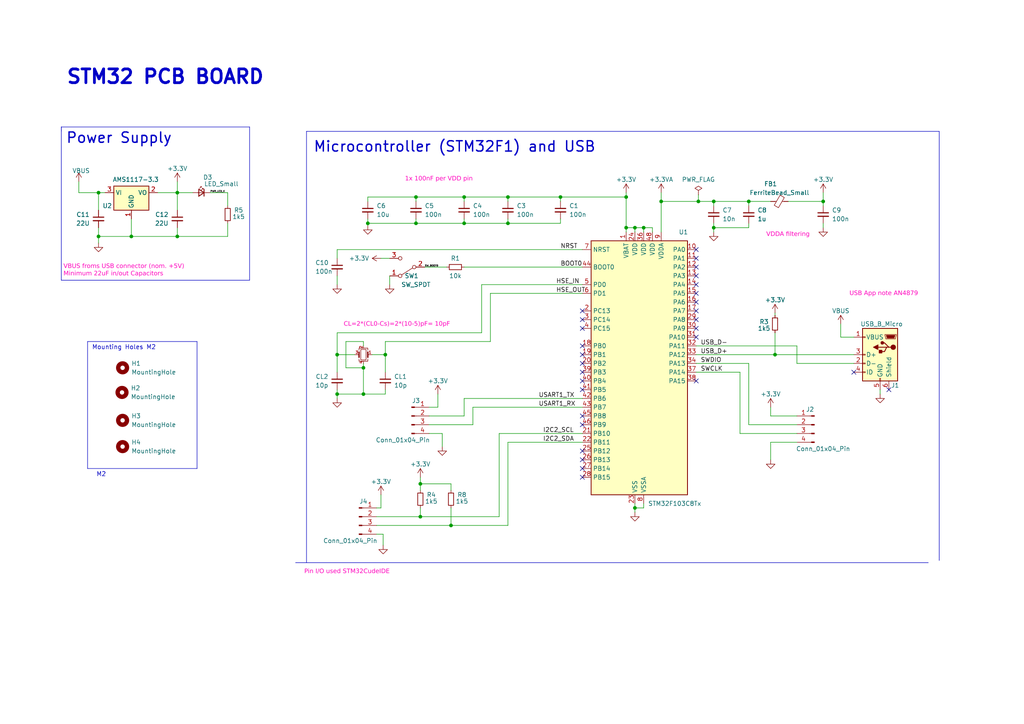
<source format=kicad_sch>
(kicad_sch (version 20230121) (generator eeschema)
  (paper "A4")
  (title_block (title "STM32 PCB BOARD") (company "Rafi's Lab"))
  (lib_symbols
    (symbol "Connector:Conn_01x04_Pin" (pin_names (offset 1.016) hide)
      (property "Reference" "J" (at 0 5.08 0))
      (property "Value" "Conn_01x04_Pin" (at 0 -7.62 0))
      (symbol "Conn_01x04_Pin_1_1"
        (polyline (pts (xy 1.27 -5.08) (xy 0.8636 -5.08)) (stroke (width 0.1524)))
        (polyline (pts (xy 1.27 -2.54) (xy 0.8636 -2.54)) (stroke (width 0.1524)))
        (polyline (pts (xy 1.27 0) (xy 0.8636 0)) (stroke (width 0.1524)))
        (polyline (pts (xy 1.27 2.54) (xy 0.8636 2.54)) (stroke (width 0.1524)))
        (rectangle (start 0.8636 -4.953) (end 0 -5.207) (stroke (width 0.1524)) (fill (type outline)))
        (rectangle (start 0.8636 -2.413) (end 0 -2.667) (stroke (width 0.1524)) (fill (type outline)))
        (rectangle (start 0.8636 0.127) (end 0 -0.127) (stroke (width 0.1524)) (fill (type outline)))
        (rectangle (start 0.8636 2.667) (end 0 2.413) (stroke (width 0.1524)) (fill (type outline)))
        (pin passive line (at 5.08 2.54 180) (length 3.81) (name "Pin_1") (number "1"))
        (pin passive line (at 5.08 0 180) (length 3.81) (name "Pin_2") (number "2"))
        (pin passive line (at 5.08 -2.54 180) (length 3.81) (name "Pin_3") (number "3"))
        (pin passive line (at 5.08 -5.08 180) (length 3.81) (name "Pin_4") (number "4"))
      )
    )
    (symbol "Connector:USB_B_Micro" (pin_names (offset 1.016))
      (property "Reference" "J" (at -5.08 11.43 0))
      (property "Value" "USB_B_Micro" (at -5.08 8.89 0))
      (symbol "USB_B_Micro_0_1"
        (rectangle (start -5.08 -7.62) (end 5.08 7.62) (stroke (width 0.254)) (fill (type background)))
        (circle (center -3.81 2.159) (radius 0.635) (stroke (width 0.254)) (fill (type outline)))
        (circle (center -0.635 3.429) (radius 0.381) (stroke (width 0.254)) (fill (type outline)))
        (rectangle (start -0.127 -7.62) (end 0.127 -6.858))
        (polyline (pts (xy -1.905 2.159) (xy 0.635 2.159)) (stroke (width 0.254)))
        (polyline (pts (xy -3.175 2.159) (xy -2.54 2.159) (xy -1.27 3.429) (xy -0.635 3.429)) (stroke (width 0.254)))
        (polyline (pts (xy -2.54 2.159) (xy -1.905 2.159) (xy -1.27 0.889) (xy 0 0.889)) (stroke (width 0.254)))
        (polyline (pts (xy 0.635 2.794) (xy 0.635 1.524) (xy 1.905 2.159) (xy 0.635 2.794)) (stroke (width 0.254)) (fill (type outline)))
        (polyline (pts (xy -4.318 5.588) (xy -1.778 5.588) (xy -2.032 4.826) (xy -4.064 4.826) (xy -4.318 5.588)) (fill (type outline)))
        (polyline (pts (xy -4.699 5.842) (xy -4.699 5.588) (xy -4.445 4.826) (xy -4.445 4.572) (xy -1.651 4.572) (xy -1.651 4.826) (xy -1.397 5.588) (xy -1.397 5.842) (xy -4.699 5.842)))
        (rectangle (start 0.254 1.27) (end -0.508 0.508) (stroke (width 0.254)) (fill (type outline)))
        (rectangle (start 5.08 -5.207) (end 4.318 -4.953))
        (rectangle (start 5.08 -2.667) (end 4.318 -2.413))
        (rectangle (start 5.08 -0.127) (end 4.318 0.127))
        (rectangle (start 5.08 4.953) (end 4.318 5.207))
      )
      (symbol "USB_B_Micro_1_1"
        (pin power_out line (at 7.62 5.08 180) (length 2.54) (name "VBUS") (number "1"))
        (pin bidirectional line (at 7.62 -2.54 180) (length 2.54) (name "D-") (number "2"))
        (pin bidirectional line (at 7.62 0 180) (length 2.54) (name "D+") (number "3"))
        (pin passive line (at 7.62 -5.08 180) (length 2.54) (name "ID") (number "4"))
        (pin power_out line (at 0 -10.16 90) (length 2.54) (name "GND") (number "5"))
        (pin passive line (at -2.54 -10.16 90) (length 2.54) (name "Shield") (number "6"))
      )
    )
    (symbol "Device:C_Small" (pin_numbers hide) (pin_names (offset 0.254) hide)
      (property "Reference" "C" (at 0.254 1.778 0))
      (property "Value" "C_Small" (at 0.254 -2.032 0))
      (symbol "C_Small_0_1"
        (polyline (pts (xy -1.524 -0.508) (xy 1.524 -0.508)) (stroke (width 0.3302)))
        (polyline (pts (xy -1.524 0.508) (xy 1.524 0.508)) (stroke (width 0.3048)))
      )
      (symbol "C_Small_1_1"
        (pin passive line (at 0 2.54 270) (length 2.032) (name "~") (number "1"))
        (pin passive line (at 0 -2.54 90) (length 2.032) (name "~") (number "2"))
      )
    )
    (symbol "Device:Crystal_GND24_Small" (pin_names (offset 1.016) hide)
      (property "Reference" "Y" (at 1.27 4.445 0))
      (property "Value" "Crystal_GND24_Small" (at 1.27 2.54 0))
      (symbol "Crystal_GND24_Small_0_1"
        (rectangle (start -0.762 -1.524) (end 0.762 1.524))
        (polyline (pts (xy -1.27 -0.762) (xy -1.27 0.762)) (stroke (width 0.381)))
        (polyline (pts (xy 1.27 -0.762) (xy 1.27 0.762)) (stroke (width 0.381)))
        (polyline (pts (xy -1.27 -1.27) (xy -1.27 -1.905) (xy 1.27 -1.905) (xy 1.27 -1.27)))
        (polyline (pts (xy -1.27 1.27) (xy -1.27 1.905) (xy 1.27 1.905) (xy 1.27 1.27)))
      )
      (symbol "Crystal_GND24_Small_1_1"
        (pin passive line (at -2.54 0 0) (length 1.27) (name "1") (number "1"))
        (pin passive line (at 0 -2.54 90) (length 0.635) (name "2") (number "2"))
        (pin passive line (at 2.54 0 180) (length 1.27) (name "3") (number "3"))
        (pin passive line (at 0 2.54 270) (length 0.635) (name "4") (number "4"))
      )
    )
    (symbol "Device:FerriteBead_Small" (pin_numbers hide) (pin_names (offset 0))
      (property "Reference" "FB" (at 1.905 1.27 0))
      (property "Value" "FerriteBead_Small" (at 1.905 -1.27 0))
      (symbol "FerriteBead_Small_0_1"
        (polyline (pts (xy 0 -1.27) (xy 0 -0.7874)))
        (polyline (pts (xy 0 0.889) (xy 0 1.2954)))
        (polyline (pts (xy -1.8288 0.2794) (xy -1.1176 1.4986) (xy 1.8288 -0.2032) (xy 1.1176 -1.4224) (xy -1.8288 0.2794)))
      )
      (symbol "FerriteBead_Small_1_1"
        (pin passive line (at 0 2.54 270) (length 1.27) (name "~") (number "1"))
        (pin passive line (at 0 -2.54 90) (length 1.27) (name "~") (number "2"))
      )
    )
    (symbol "Device:LED_Small" (pin_numbers hide) (pin_names (offset 0.254) hide)
      (property "Reference" "D" (at -1.27 3.175 0))
      (property "Value" "LED_Small" (at -4.445 -2.54 0))
      (symbol "LED_Small_0_1"
        (polyline (pts (xy -0.762 -1.016) (xy -0.762 1.016)) (stroke (width 0.254)))
        (polyline (pts (xy 1.016 0) (xy -0.762 0)))
        (polyline (pts (xy 0.762 -1.016) (xy -0.762 0) (xy 0.762 1.016) (xy 0.762 -1.016)) (stroke (width 0.254)))
        (polyline (pts (xy 0 0.762) (xy -0.508 1.27) (xy -0.254 1.27) (xy -0.508 1.27) (xy -0.508 1.016)))
        (polyline (pts (xy 0.508 1.27) (xy 0 1.778) (xy 0.254 1.778) (xy 0 1.778) (xy 0 1.524)))
      )
      (symbol "LED_Small_1_1"
        (pin passive line (at -2.54 0 0) (length 1.778) (name "K") (number "1"))
        (pin passive line (at 2.54 0 180) (length 1.778) (name "A") (number "2"))
      )
    )
    (symbol "Device:R_Small" (pin_numbers hide) (pin_names (offset 0.254) hide)
      (property "Reference" "R" (at 0.762 0.508 0))
      (property "Value" "R_Small" (at 0.762 -1.016 0))
      (symbol "R_Small_0_1"
        (rectangle (start -0.762 1.778) (end 0.762 -1.778) (stroke (width 0.2032)))
      )
      (symbol "R_Small_1_1"
        (pin passive line (at 0 2.54 270) (length 0.762) (name "~") (number "1"))
        (pin passive line (at 0 -2.54 90) (length 0.762) (name "~") (number "2"))
      )
    )
    (symbol "MCU_ST_STM32F1:STM32F103C8Tx"
      (property "Reference" "U" (at -12.7 39.37 0))
      (property "Value" "STM32F103C8Tx" (at 10.16 39.37 0))
      (symbol "STM32F103C8Tx_0_1"
        (rectangle (start -12.7 -35.56) (end 15.24 38.1) (stroke (width 0.254)) (fill (type background)))
      )
      (symbol "STM32F103C8Tx_1_1"
        (pin power_in line (at -2.54 40.64 270) (length 2.54) (name "VBAT") (number "1"))
        (pin bidirectional line (at 17.78 35.56 180) (length 2.54) (name "PA0") (number "10"))
        (pin bidirectional line (at 17.78 33.02 180) (length 2.54) (name "PA1") (number "11"))
        (pin bidirectional line (at 17.78 30.48 180) (length 2.54) (name "PA2") (number "12"))
        (pin bidirectional line (at 17.78 27.94 180) (length 2.54) (name "PA3") (number "13"))
        (pin bidirectional line (at 17.78 25.4 180) (length 2.54) (name "PA4") (number "14"))
        (pin bidirectional line (at 17.78 22.86 180) (length 2.54) (name "PA5") (number "15"))
        (pin bidirectional line (at 17.78 20.32 180) (length 2.54) (name "PA6") (number "16"))
        (pin bidirectional line (at 17.78 17.78 180) (length 2.54) (name "PA7") (number "17"))
        (pin bidirectional line (at -15.24 7.62 0) (length 2.54) (name "PB0") (number "18"))
        (pin bidirectional line (at -15.24 5.08 0) (length 2.54) (name "PB1") (number "19"))
        (pin bidirectional line (at -15.24 17.78 0) (length 2.54) (name "PC13") (number "2"))
        (pin bidirectional line (at -15.24 2.54 0) (length 2.54) (name "PB2") (number "20"))
        (pin bidirectional line (at -15.24 -17.78 0) (length 2.54) (name "PB10") (number "21"))
        (pin bidirectional line (at -15.24 -20.32 0) (length 2.54) (name "PB11") (number "22"))
        (pin power_in line (at 0 -38.1 90) (length 2.54) (name "VSS") (number "23"))
        (pin power_in line (at 0 40.64 270) (length 2.54) (name "VDD") (number "24"))
        (pin bidirectional line (at -15.24 -22.86 0) (length 2.54) (name "PB12") (number "25"))
        (pin bidirectional line (at -15.24 -25.4 0) (length 2.54) (name "PB13") (number "26"))
        (pin bidirectional line (at -15.24 -27.94 0) (length 2.54) (name "PB14") (number "27"))
        (pin bidirectional line (at -15.24 -30.48 0) (length 2.54) (name "PB15") (number "28"))
        (pin bidirectional line (at 17.78 15.24 180) (length 2.54) (name "PA8") (number "29"))
        (pin bidirectional line (at -15.24 15.24 0) (length 2.54) (name "PC14") (number "3"))
        (pin bidirectional line (at 17.78 12.7 180) (length 2.54) (name "PA9") (number "30"))
        (pin bidirectional line (at 17.78 10.16 180) (length 2.54) (name "PA10") (number "31"))
        (pin bidirectional line (at 17.78 7.62 180) (length 2.54) (name "PA11") (number "32"))
        (pin bidirectional line (at 17.78 5.08 180) (length 2.54) (name "PA12") (number "33"))
        (pin bidirectional line (at 17.78 2.54 180) (length 2.54) (name "PA13") (number "34"))
        (pin passive line (at 0 -38.1 90) (length 2.54) hide (name "VSS") (number "35"))
        (pin power_in line (at 2.54 40.64 270) (length 2.54) (name "VDD") (number "36"))
        (pin bidirectional line (at 17.78 0 180) (length 2.54) (name "PA14") (number "37"))
        (pin bidirectional line (at 17.78 -2.54 180) (length 2.54) (name "PA15") (number "38"))
        (pin bidirectional line (at -15.24 0 0) (length 2.54) (name "PB3") (number "39"))
        (pin bidirectional line (at -15.24 12.7 0) (length 2.54) (name "PC15") (number "4"))
        (pin bidirectional line (at -15.24 -2.54 0) (length 2.54) (name "PB4") (number "40"))
        (pin bidirectional line (at -15.24 -5.08 0) (length 2.54) (name "PB5") (number "41"))
        (pin bidirectional line (at -15.24 -7.62 0) (length 2.54) (name "PB6") (number "42"))
        (pin bidirectional line (at -15.24 -10.16 0) (length 2.54) (name "PB7") (number "43"))
        (pin input line (at -15.24 30.48 0) (length 2.54) (name "BOOT0") (number "44"))
        (pin bidirectional line (at -15.24 -12.7 0) (length 2.54) (name "PB8") (number "45"))
        (pin bidirectional line (at -15.24 -15.24 0) (length 2.54) (name "PB9") (number "46"))
        (pin passive line (at 0 -38.1 90) (length 2.54) hide (name "VSS") (number "47"))
        (pin power_in line (at 5.08 40.64 270) (length 2.54) (name "VDD") (number "48"))
        (pin bidirectional line (at -15.24 25.4 0) (length 2.54) (name "PD0") (number "5"))
        (pin bidirectional line (at -15.24 22.86 0) (length 2.54) (name "PD1") (number "6"))
        (pin input line (at -15.24 35.56 0) (length 2.54) (name "NRST") (number "7"))
        (pin power_in line (at 2.54 -38.1 90) (length 2.54) (name "VSSA") (number "8"))
        (pin power_in line (at 7.62 40.64 270) (length 2.54) (name "VDDA") (number "9"))
      )
    )
    (symbol "Mechanical:MountingHole" (pin_names (offset 1.016))
      (property "Reference" "H" (at 0 5.08 0))
      (property "Value" "MountingHole" (at 0 3.175 0))
      (symbol "MountingHole_0_1"
        (circle (center 0 0) (radius 1.27) (stroke (width 1.27)))
      )
    )
    (symbol "Regulator_Linear:AMS1117-3.3"
      (property "Reference" "U" (at -3.81 3.175 0))
      (property "Value" "AMS1117-3.3" (at 0 3.175 0))
      (symbol "AMS1117-3.3_0_1"
        (rectangle (start -5.08 -5.08) (end 5.08 1.905) (stroke (width 0.254)) (fill (type background)))
      )
      (symbol "AMS1117-3.3_1_1"
        (pin power_in line (at 0 -7.62 90) (length 2.54) (name "GND") (number "1"))
        (pin power_out line (at 7.62 0 180) (length 2.54) (name "VO") (number "2"))
        (pin power_in line (at -7.62 0 0) (length 2.54) (name "VI") (number "3"))
      )
    )
    (symbol "Switch:SW_SPDT" (pin_names (offset 0) hide)
      (property "Reference" "SW" (at 0 4.318 0))
      (property "Value" "SW_SPDT" (at 0 -5.08 0))
      (symbol "SW_SPDT_0_0"
        (circle (center -2.032 0) (radius 0.508))
        (circle (center 2.032 -2.54) (radius 0.508))
      )
      (symbol "SW_SPDT_0_1"
        (polyline (pts (xy -1.524 0.254) (xy 1.651 2.286)))
        (circle (center 2.032 2.54) (radius 0.508))
      )
      (symbol "SW_SPDT_1_1"
        (pin passive line (at 5.08 2.54 180) (length 2.54) (name "A") (number "1"))
        (pin passive line (at -5.08 0 0) (length 2.54) (name "B") (number "2"))
        (pin passive line (at 5.08 -2.54 180) (length 2.54) (name "C") (number "3"))
      )
    )
    (symbol "power:+3.3V" (power) (pin_names (offset 0))
      (property "Value" "+3.3V" (at 0 3.556 0))
      (symbol "+3.3V_0_1"
        (polyline (pts (xy -0.762 1.27) (xy 0 2.54)))
        (polyline (pts (xy 0 0) (xy 0 2.54)))
        (polyline (pts (xy 0 2.54) (xy 0.762 1.27)))
      )
      (symbol "+3.3V_1_1"
        (pin power_in line (at 0 0 90) (length 0) hide (name "+3.3V") (number "1"))
      )
    )
    (symbol "power:+3.3VA" (power) (pin_names (offset 0))
      (property "Value" "+3.3VA" (at 0 3.556 0))
      (symbol "+3.3VA_0_1"
        (polyline (pts (xy -0.762 1.27) (xy 0 2.54)))
        (polyline (pts (xy 0 0) (xy 0 2.54)))
        (polyline (pts (xy 0 2.54) (xy 0.762 1.27)))
      )
      (symbol "+3.3VA_1_1"
        (pin power_in line (at 0 0 90) (length 0) hide (name "+3.3VA") (number "1"))
      )
    )
    (symbol "power:GND1" (power) (pin_names (offset 0))
      (property "Value" "GND1" (at 0 -3.81 0))
      (symbol "GND1_0_1"
        (polyline (pts (xy 0 0) (xy 0 -1.27) (xy 1.27 -1.27) (xy 0 -2.54) (xy -1.27 -1.27) (xy 0 -1.27)))
      )
      (symbol "GND1_1_1"
        (pin power_in line (at 0 0 270) (length 0) hide (name "GND1") (number "1"))
      )
    )
    (symbol "power:PWR_FLAG" (power) (pin_numbers hide) (pin_names (offset 0) hide)
      (property "Value" "PWR_FLAG" (at 0 3.81 0))
      (symbol "PWR_FLAG_0_0"
        (pin power_out line (at 0 0 90) (length 0) (name "pwr") (number "1"))
      )
      (symbol "PWR_FLAG_0_1"
        (polyline (pts (xy 0 0) (xy 0 1.27) (xy -1.016 1.905) (xy 0 2.54) (xy 1.016 1.905) (xy 0 1.27)))
      )
    )
    (symbol "power:VBUS" (power) (pin_names (offset 0))
      (property "Value" "VBUS" (at 0 3.81 0))
      (symbol "VBUS_0_1"
        (polyline (pts (xy -0.762 1.27) (xy 0 2.54)))
        (polyline (pts (xy 0 0) (xy 0 2.54)))
        (polyline (pts (xy 0 2.54) (xy 0.762 1.27)))
      )
      (symbol "VBUS_1_1"
        (pin power_in line (at 0 0 90) (length 0) hide (name "VBUS") (number "1"))
      )
    )
  )
  (junction (at 181.61 57.15))
  (junction (at 28.575 55.88))
  (junction (at 134.62 64.77))
  (junction (at 28.575 68.58))
  (junction (at 111.76 102.87))
  (junction (at 181.61 66.04))
  (junction (at 202.565 58.42))
  (junction (at 207.01 66.04))
  (junction (at 121.92 149.86))
  (junction (at 130.81 152.4))
  (junction (at 184.15 66.04))
  (junction (at 38.1 68.58))
  (junction (at 121.92 140.335))
  (junction (at 105.41 106.68))
  (junction (at 186.69 66.04))
  (junction (at 184.15 147.32))
  (junction (at 238.76 58.42))
  (junction (at 106.68 64.77))
  (junction (at 51.435 68.58))
  (junction (at 97.79 114.3))
  (junction (at 120.65 64.77))
  (junction (at 120.65 57.15))
  (junction (at 147.32 57.15))
  (junction (at 162.56 57.15))
  (junction (at 224.79 102.87))
  (junction (at 147.32 64.77))
  (junction (at 217.17 58.42))
  (junction (at 97.79 102.87))
  (junction (at 51.435 55.88))
  (junction (at 191.77 58.42))
  (junction (at 134.62 57.15))
  (junction (at 207.01 58.42))
  (junction (at 105.41 114.3))
  (no_connect (at 201.93 97.79))
  (no_connect (at 168.91 130.81))
  (no_connect (at 201.93 95.25))
  (no_connect (at 201.93 92.71))
  (no_connect (at 168.91 120.65))
  (no_connect (at 168.91 90.17))
  (no_connect (at 168.91 100.33))
  (no_connect (at 168.91 133.35))
  (no_connect (at 201.93 85.09))
  (no_connect (at 168.91 95.25))
  (no_connect (at 168.91 135.89))
  (no_connect (at 201.93 82.55))
  (no_connect (at 168.91 105.41))
  (no_connect (at 201.93 72.39))
  (no_connect (at 168.91 123.19))
  (no_connect (at 168.91 107.95))
  (no_connect (at 201.93 80.01))
  (no_connect (at 201.93 90.17))
  (no_connect (at 201.93 87.63))
  (no_connect (at 201.93 74.93))
  (no_connect (at 168.91 110.49))
  (no_connect (at 201.93 77.47))
  (no_connect (at 168.91 102.87))
  (no_connect (at 257.81 113.03))
  (no_connect (at 168.91 138.43))
  (no_connect (at 201.93 110.49))
  (no_connect (at 247.65 107.95))
  (no_connect (at 168.91 113.03))
  (no_connect (at 168.91 92.71))
  (wire (pts (xy 142.24 85.09) (xy 168.91 85.09)))
  (wire (pts (xy 201.93 105.41) (xy 217.17 105.41)))
  (wire (pts (xy 142.24 99.06) (xy 111.76 99.06)))
  (wire (pts (xy 231.14 125.73) (xy 214.63 125.73)))
  (wire (pts (xy 106.68 65.405) (xy 106.68 64.77)))
  (wire (pts (xy 124.46 123.19) (xy 137.16 123.19)))
  (wire (pts (xy 130.81 142.24) (xy 130.81 140.335)))
  (wire (pts (xy 127 118.11) (xy 124.46 118.11)))
  (wire (pts (xy 97.79 107.95) (xy 97.79 102.87)))
  (wire (pts (xy 231.14 100.33) (xy 231.14 105.41)))
  (wire (pts (xy 137.16 123.19) (xy 137.16 118.11)))
  (wire (pts (xy 121.92 140.335) (xy 121.92 142.24)))
  (wire (pts (xy 97.79 82.55) (xy 97.79 80.01)))
  (wire (pts (xy 223.52 120.65) (xy 231.14 120.65)))
  (wire (pts (xy 238.76 66.04) (xy 238.76 64.77)))
  (wire (pts (xy 184.15 66.04) (xy 184.15 67.31)))
  (wire (pts (xy 127 114.3) (xy 127 118.11)))
  (wire (pts (xy 124.46 125.73) (xy 128.27 125.73)))
  (wire (pts (xy 147.32 57.15) (xy 147.32 58.42)))
  (wire (pts (xy 202.565 56.515) (xy 202.565 58.42)))
  (wire (pts (xy 111.76 113.03) (xy 111.76 114.3)))
  (wire (pts (xy 121.92 149.86) (xy 144.78 149.86)))
  (wire (pts (xy 120.65 64.77) (xy 106.68 64.77)))
  (wire (pts (xy 113.03 82.55) (xy 113.03 80.01)))
  (wire (pts (xy 38.1 68.58) (xy 51.435 68.58)))
  (polyline (pts (xy 272.415 162.56) (xy 272.415 38.1)))
  (wire (pts (xy 201.93 102.87) (xy 224.79 102.87)))
  (polyline (pts (xy 17.78 81.28) (xy 72.39 81.28)))
  (wire (pts (xy 134.62 120.65) (xy 124.46 120.65)))
  (wire (pts (xy 139.7 82.55) (xy 139.7 96.52)))
  (polyline (pts (xy 88.9 38.1) (xy 272.415 38.1)))
  (wire (pts (xy 97.79 114.3) (xy 105.41 114.3)))
  (wire (pts (xy 123.19 77.47) (xy 129.54 77.47)))
  (wire (pts (xy 186.69 66.04) (xy 186.69 67.31)))
  (wire (pts (xy 45.72 55.88) (xy 51.435 55.88)))
  (wire (pts (xy 105.41 99.06) (xy 100.33 99.06)))
  (wire (pts (xy 189.23 67.31) (xy 189.23 66.04)))
  (wire (pts (xy 105.41 106.68) (xy 105.41 105.41)))
  (wire (pts (xy 111.125 154.94) (xy 111.125 158.115)))
  (wire (pts (xy 186.69 66.04) (xy 189.23 66.04)))
  (wire (pts (xy 224.79 96.52) (xy 224.79 102.87)))
  (wire (pts (xy 28.575 68.58) (xy 28.575 66.04)))
  (wire (pts (xy 107.95 102.87) (xy 111.76 102.87)))
  (wire (pts (xy 111.76 102.87) (xy 111.76 107.95)))
  (wire (pts (xy 255.27 114.3) (xy 255.27 113.03)))
  (wire (pts (xy 186.69 146.05) (xy 186.69 147.32)))
  (wire (pts (xy 109.22 149.86) (xy 121.92 149.86)))
  (wire (pts (xy 134.62 64.77) (xy 134.62 63.5)))
  (wire (pts (xy 105.41 100.33) (xy 105.41 99.06)))
  (wire (pts (xy 231.14 100.33) (xy 201.93 100.33)))
  (wire (pts (xy 66.04 55.88) (xy 66.04 59.69)))
  (wire (pts (xy 224.79 90.805) (xy 224.79 91.44)))
  (wire (pts (xy 191.77 58.42) (xy 191.77 55.88)))
  (wire (pts (xy 111.76 99.06) (xy 111.76 102.87)))
  (wire (pts (xy 181.61 57.15) (xy 181.61 66.04)))
  (wire (pts (xy 120.65 64.77) (xy 120.65 63.5)))
  (wire (pts (xy 181.61 57.15) (xy 181.61 55.88)))
  (wire (pts (xy 109.22 154.94) (xy 111.125 154.94)))
  (wire (pts (xy 51.435 52.705) (xy 51.435 55.88)))
  (wire (pts (xy 130.81 147.32) (xy 130.81 152.4)))
  (wire (pts (xy 51.435 55.88) (xy 51.435 60.96)))
  (wire (pts (xy 238.76 55.88) (xy 238.76 58.42)))
  (wire (pts (xy 134.62 57.15) (xy 147.32 57.15)))
  (wire (pts (xy 223.52 118.11) (xy 223.52 120.65)))
  (wire (pts (xy 66.04 64.77) (xy 66.04 68.58)))
  (wire (pts (xy 110.49 147.32) (xy 109.22 147.32)))
  (wire (pts (xy 134.62 115.57) (xy 134.62 120.65)))
  (wire (pts (xy 51.435 68.58) (xy 66.04 68.58)))
  (wire (pts (xy 97.79 114.3) (xy 97.79 113.03)))
  (polyline (pts (xy 88.9 38.1) (xy 88.9 163.195)))
  (wire (pts (xy 28.575 55.88) (xy 30.48 55.88)))
  (wire (pts (xy 147.32 128.27) (xy 168.91 128.27)))
  (wire (pts (xy 102.87 102.87) (xy 97.79 102.87)))
  (wire (pts (xy 217.17 66.04) (xy 217.17 64.77)))
  (wire (pts (xy 147.32 128.27) (xy 147.32 152.4)))
  (wire (pts (xy 184.15 147.32) (xy 184.15 148.59)))
  (wire (pts (xy 223.52 128.27) (xy 223.52 133.35)))
  (wire (pts (xy 231.14 105.41) (xy 247.65 105.41)))
  (wire (pts (xy 38.1 63.5) (xy 38.1 68.58)))
  (wire (pts (xy 97.79 74.93) (xy 97.79 72.39)))
  (wire (pts (xy 121.92 138.43) (xy 121.92 140.335)))
  (wire (pts (xy 106.68 57.15) (xy 106.68 58.42)))
  (wire (pts (xy 28.575 68.58) (xy 38.1 68.58)))
  (wire (pts (xy 162.56 57.15) (xy 181.61 57.15)))
  (wire (pts (xy 214.63 107.95) (xy 214.63 125.73)))
  (wire (pts (xy 162.56 57.15) (xy 162.56 58.42)))
  (wire (pts (xy 137.16 118.11) (xy 168.91 118.11)))
  (wire (pts (xy 201.93 107.95) (xy 214.63 107.95)))
  (wire (pts (xy 139.7 96.52) (xy 97.79 96.52)))
  (wire (pts (xy 186.69 147.32) (xy 184.15 147.32)))
  (wire (pts (xy 207.01 58.42) (xy 207.01 59.69)))
  (wire (pts (xy 217.17 58.42) (xy 223.52 58.42)))
  (wire (pts (xy 110.49 143.51) (xy 110.49 147.32)))
  (wire (pts (xy 130.81 152.4) (xy 147.32 152.4)))
  (wire (pts (xy 144.78 149.86) (xy 144.78 125.73)))
  (wire (pts (xy 243.84 93.98) (xy 243.84 97.79)))
  (wire (pts (xy 224.79 102.87) (xy 247.65 102.87)))
  (wire (pts (xy 147.32 57.15) (xy 162.56 57.15)))
  (wire (pts (xy 51.435 66.04) (xy 51.435 68.58)))
  (wire (pts (xy 217.17 123.19) (xy 231.14 123.19)))
  (wire (pts (xy 97.79 115.57) (xy 97.79 114.3)))
  (wire (pts (xy 55.88 55.88) (xy 51.435 55.88)))
  (wire (pts (xy 231.14 128.27) (xy 223.52 128.27)))
  (wire (pts (xy 28.575 70.485) (xy 28.575 68.58)))
  (wire (pts (xy 181.61 66.04) (xy 184.15 66.04)))
  (wire (pts (xy 120.65 57.15) (xy 120.65 58.42)))
  (wire (pts (xy 106.68 57.15) (xy 120.65 57.15)))
  (polyline (pts (xy 17.78 36.83) (xy 17.78 38.1)))
  (wire (pts (xy 134.62 77.47) (xy 168.91 77.47)))
  (wire (pts (xy 238.76 58.42) (xy 238.76 59.69)))
  (wire (pts (xy 60.96 55.88) (xy 66.04 55.88)))
  (wire (pts (xy 243.84 97.79) (xy 247.65 97.79)))
  (wire (pts (xy 97.79 72.39) (xy 168.91 72.39)))
  (wire (pts (xy 109.22 152.4) (xy 130.81 152.4)))
  (wire (pts (xy 191.77 58.42) (xy 202.565 58.42)))
  (wire (pts (xy 120.65 57.15) (xy 134.62 57.15)))
  (polyline (pts (xy 17.78 36.83) (xy 17.78 81.28)))
  (wire (pts (xy 184.15 66.04) (xy 186.69 66.04)))
  (wire (pts (xy 97.79 96.52) (xy 97.79 102.87)))
  (wire (pts (xy 22.86 52.705) (xy 22.86 55.88)))
  (wire (pts (xy 130.81 140.335) (xy 121.92 140.335)))
  (polyline (pts (xy 25.4 99.06) (xy 25.4 135.89)))
  (wire (pts (xy 207.01 66.04) (xy 207.01 67.31)))
  (wire (pts (xy 105.41 106.68) (xy 105.41 114.3)))
  (wire (pts (xy 121.92 147.32) (xy 121.92 149.86)))
  (wire (pts (xy 207.01 58.42) (xy 217.17 58.42)))
  (polyline (pts (xy 25.4 99.06) (xy 57.15 99.06)))
  (wire (pts (xy 142.24 85.09) (xy 142.24 99.06)))
  (polyline (pts (xy 85.725 163.195) (xy 269.24 163.195)))
  (polyline (pts (xy 72.39 81.28) (xy 72.39 36.83)))
  (wire (pts (xy 207.01 66.04) (xy 207.01 64.77)))
  (wire (pts (xy 22.86 55.88) (xy 28.575 55.88)))
  (wire (pts (xy 100.33 106.68) (xy 105.41 106.68)))
  (wire (pts (xy 147.32 64.77) (xy 134.62 64.77)))
  (wire (pts (xy 134.62 64.77) (xy 120.65 64.77)))
  (wire (pts (xy 191.77 67.31) (xy 191.77 58.42)))
  (wire (pts (xy 217.17 58.42) (xy 217.17 59.69)))
  (wire (pts (xy 28.575 55.88) (xy 28.575 60.96)))
  (wire (pts (xy 134.62 57.15) (xy 134.62 58.42)))
  (polyline (pts (xy 57.15 135.89) (xy 57.15 99.06)))
  (polyline (pts (xy 25.4 135.89) (xy 57.15 135.89)))
  (wire (pts (xy 162.56 64.77) (xy 147.32 64.77)))
  (wire (pts (xy 144.78 125.73) (xy 168.91 125.73)))
  (wire (pts (xy 106.68 64.77) (xy 106.68 63.5)))
  (wire (pts (xy 181.61 66.04) (xy 181.61 67.31)))
  (wire (pts (xy 184.15 146.05) (xy 184.15 147.32)))
  (wire (pts (xy 202.565 58.42) (xy 207.01 58.42)))
  (wire (pts (xy 217.17 105.41) (xy 217.17 123.19)))
  (wire (pts (xy 100.33 99.06) (xy 100.33 106.68)))
  (wire (pts (xy 128.27 125.73) (xy 128.27 129.54)))
  (wire (pts (xy 147.32 64.77) (xy 147.32 63.5)))
  (polyline (pts (xy 72.39 36.83) (xy 17.78 36.83)))
  (wire (pts (xy 134.62 115.57) (xy 168.91 115.57)))
  (wire (pts (xy 105.41 114.3) (xy 111.76 114.3)))
  (wire (pts (xy 228.6 58.42) (xy 238.76 58.42)))
  (wire (pts (xy 162.56 64.77) (xy 162.56 63.5)))
  (wire (pts (xy 110.49 74.93) (xy 113.03 74.93)))
  (wire (pts (xy 139.7 82.55) (xy 168.91 82.55)))
  (wire (pts (xy 207.01 66.04) (xy 217.17 66.04)))
  (text "USB App note AN4879\n" (at 246.38 86.36 0) (effects (font (size 1.27 1.27)) (justify left bottom)))
  (text "CL=2*(CL0-Cs)=2*(10-5)pF= 10pF" (at 99.695 95.25 0) (effects (font (size 1.27 1.27)) (justify left bottom)))
  (text "1x 100nF per VDD pin\n\n" (at 117.475 55.245 0) (effects (font (size 1.27 1.27)) (justify left bottom)))
  (text "STM32 PCB BOARD" (at 19.05 24.765 0) (effects (font (size 4 4) (thickness 0.8) bold) (justify left bottom)))
  (text "Mounting Holes M2" (at 26.67 101.6 0) (effects (font (size 1.27 1.27)) (justify left bottom)))
  (text "VBUS froms USB connector (nom. +5V)  \nMinimum 22uF in/out Capacitors" (at 18.415 80.645 0) (effects (font (size 1.27 1.27)) (justify left bottom)))
  (text "Pin I/O used STM32CudeIDE" (at 88.265 167.005 0) (effects (font (size 1.27 1.27)) (justify left bottom)))
  (text "M2" (at 27.94 138.43 0) (effects (font (size 1.27 1.27)) (justify left bottom)))
  (text "VDDA filtering" (at 222.25 69.215 0) (effects (font (size 1.27 1.27)) (justify left bottom)))
  (text "Microcontroller (STM32F1) and USB\n" (at 90.805 44.45 0) (effects (font (size 3 3) (thickness 0.4) bold) (justify left bottom)))
  (text "Power Supply" (at 19.05 41.91 0) (effects (font (size 3 3) (thickness 0.4) bold) (justify left bottom)))
  (label "I2C2_SCL" (at 157.48 125.73 0))
  (label "PWR_LED_K" (at 60.96 55.88 0) (effects (font (size 0.5 0.5))))
  (label "USART1_RX" (at 156.21 118.11 0))
  (label "SWDIO" (at 203.2 105.41 0))
  (label "HSE_OUT" (at 161.29 85.09 0))
  (label "SW_BOOT0" (at 123.19 77.47 0) (effects (font (size 0.5 0.5))))
  (label "USB_D+" (at 203.2 102.87 0))
  (label "HSE_IN" (at 161.29 82.55 0))
  (label "SWCLK" (at 203.2 107.95 0))
  (label "NRST" (at 162.56 72.39 0))
  (label "I2C2_SDA" (at 157.48 128.27 0))
  (label "USART1_TX" (at 156.21 115.57 0))
  (label "BOOT0" (at 162.56 77.47 0))
  (label "USB_D-" (at 203.2 100.33 0))
  (symbol (lib_id "Device:C_Small") (at 147.32 60.96 0) (unit 1)
    (property "Reference" "C3" (at 149.86 59.6963 0) (effects (justify left)))
    (property "Value" "100n" (at 149.86 62.2363 0) (effects (justify left)))
    (property "Footprint" "Capacitor_SMD:C_0201_0603Metric_Pad0.64x0.40mm_HandSolder" (effects hide))
  )
  (symbol (lib_id "power:GND1") (at 106.68 65.405 0) (unit 1)
    (property "Reference" "#PWR06" (effects hide))
    (property "Value" "GND1" (effects hide))
  )
  (symbol (lib_id "power:+3.3V") (at 121.92 138.43 0) (mirror y) (unit 1)
    (property "Reference" "#PWR030" (effects hide))
    (property "Value" "+3.3V" (at 121.92 134.62 0))
  )
  (symbol (lib_id "Device:C_Small") (at 207.01 62.23 0) (unit 1)
    (property "Reference" "C7" (at 209.55 60.9663 0) (effects (justify left)))
    (property "Value" "10n" (at 209.55 63.5063 0) (effects (justify left)))
    (property "Footprint" "Capacitor_SMD:C_0201_0603Metric_Pad0.64x0.40mm_HandSolder" (effects hide))
  )
  (symbol (lib_id "power:GND1") (at 223.52 133.35 0) (unit 1)
    (property "Reference" "#PWR018" (effects hide))
    (property "Value" "GND1" (effects hide))
  )
  (symbol (lib_id "Device:R_Small") (at 224.79 93.98 180) (unit 1)
    (property "Reference" "R3" (at 221.615 93.345 0))
    (property "Value" "1k5" (at 221.615 95.25 0))
    (property "Footprint" "Resistor_SMD:R_0402_1005Metric" (effects hide))
  )
  (symbol (lib_id "power:+3.3V") (at 224.79 90.805 0) (unit 1)
    (property "Reference" "#PWR015" (effects hide))
    (property "Value" "+3.3V" (at 224.79 86.995 0))
  )
  (symbol (lib_id "power:+3.3V") (at 51.435 52.705 0) (unit 1)
    (property "Reference" "#PWR07" (effects hide))
    (property "Value" "+3.3V" (at 51.435 48.895 0))
  )
  (symbol (lib_id "power:+3.3V") (at 127 114.3 0) (mirror y) (unit 1)
    (property "Reference" "#PWR021" (effects hide))
    (property "Value" "+3.3V" (at 127 110.49 0))
  )
  (symbol (lib_id "Device:C_Small") (at 106.68 60.96 0) (unit 1)
    (property "Reference" "C6" (at 109.22 59.6963 0) (effects (justify left)))
    (property "Value" "10u" (at 109.22 62.2363 0) (effects (justify left)))
    (property "Footprint" "Capacitor_SMD:C_0201_0603Metric_Pad0.64x0.40mm_HandSolder" (effects hide))
  )
  (symbol (lib_id "power:VBUS") (at 243.84 93.98 0) (unit 1)
    (property "Reference" "#PWR014" (effects hide))
    (property "Value" "VBUS" (at 241.3 90.17 0) (effects (justify left)))
  )
  (symbol (lib_id "power:GND1") (at 111.125 158.115 0) (mirror y) (unit 1)
    (property "Reference" "#PWR029" (effects hide))
    (property "Value" "GND1" (effects hide))
  )
  (symbol (lib_id "Regulator_Linear:AMS1117-3.3") (at 38.1 55.88 0) (unit 1)
    (property "Reference" "U2" (at 31.115 59.69 0))
    (property "Value" "AMS1117-3.3" (at 39.37 52.07 0))
    (property "Footprint" "Package_TO_SOT_SMD:SOT-223-3_TabPin2" (effects hide))
    (property "Datasheet" "http://www.advanced-monolithic.com/pdf/ds1117.pdf" (effects hide))
  )
  (symbol (lib_id "Device:C_Small") (at 238.76 62.23 0) (unit 1)
    (property "Reference" "C9" (at 241.3 60.9663 0) (effects (justify left)))
    (property "Value" "100n" (at 241.3 63.5063 0) (effects (justify left)))
    (property "Footprint" "Capacitor_SMD:C_0201_0603Metric_Pad0.64x0.40mm_HandSolder" (effects hide))
  )
  (symbol (lib_id "power:+3.3V") (at 223.52 118.11 0) (unit 1)
    (property "Reference" "#PWR016" (effects hide))
    (property "Value" "+3.3V" (at 223.52 114.3 0))
  )
  (symbol (lib_id "Device:Crystal_GND24_Small") (at 105.41 102.87 180) (unit 1)
    (property "Reference" "Y3" (effects hide))
    (property "Value" "16MHz" (effects hide))
    (property "Footprint" "Oscillator:Oscillator_SMD_Kyocera_KC2520Z-4Pin_2.5x2.0mm" (effects hide))
  )
  (symbol (lib_id "power:GND1") (at 255.27 114.3 0) (unit 1)
    (property "Reference" "#PWR017" (effects hide))
    (property "Value" "GND1" (effects hide))
  )
  (symbol (lib_id "Mechanical:MountingHole") (at 35.3916 113.8223 0) (unit 1)
    (property "Reference" "H2" (at 37.9316 112.5523 0) (effects (justify left)))
    (property "Value" "MountingHole" (at 37.9316 115.0923 0) (effects (justify left)))
    (property "Footprint" "MountingHole:MountingHole_2.2mm_M2" (effects hide))
  )
  (symbol (lib_id "power:VBUS") (at 22.86 52.705 0) (unit 1)
    (property "Reference" "#PWR011" (effects hide))
    (property "Value" "VBUS" (at 20.955 49.53 0) (effects (justify left)))
  )
  (symbol (lib_id "Device:C_Small") (at 97.79 77.47 0) (unit 1)
    (property "Reference" "C10" (at 91.44 76.2 0) (effects (justify left)))
    (property "Value" "100n" (at 91.44 78.74 0) (effects (justify left)))
    (property "Footprint" "Capacitor_SMD:C_0201_0603Metric_Pad0.64x0.40mm_HandSolder" (effects hide))
  )
  (symbol (lib_id "Device:FerriteBead_Small") (at 226.06 58.42 90) (unit 1)
    (property "Reference" "FB1" (at 223.52 53.34 90))
    (property "Value" "FerriteBead_Small" (at 226.06 55.88 90))
    (property "Footprint" "Ferrite_THT:LairdTech_28C0236-0JW-10" (effects hide))
  )
  (symbol (lib_id "Switch:SW_SPDT") (at 118.11 77.47 180) (unit 1)
    (property "Reference" "SW1" (at 119.38 80.01 0))
    (property "Value" "SW_SPDT" (at 120.65 82.55 0))
    (property "Footprint" "Button_Switch_SMD:SW_SPDT_PCM12" (effects hide))
  )
  (symbol (lib_id "Mechanical:MountingHole") (at 35.56 106.68 0) (unit 1)
    (property "Reference" "H1" (at 38.1 105.41 0) (effects (justify left)))
    (property "Value" "MountingHole" (at 38.1 107.95 0) (effects (justify left)))
    (property "Footprint" "MountingHole:MountingHole_2.2mm_M2" (effects hide))
  )
  (symbol (lib_id "Device:C_Small") (at 51.435 63.5 0) (mirror y) (unit 1)
    (property "Reference" "C12" (at 48.895 62.2363 0) (effects (justify left)))
    (property "Value" "22U" (at 48.895 64.7763 0) (effects (justify left)))
    (property "Footprint" "Capacitor_SMD:C_0201_0603Metric_Pad0.64x0.40mm_HandSolder" (effects hide))
  )
  (symbol (lib_id "Device:C_Small") (at 162.56 60.96 0) (unit 1)
    (property "Reference" "C1" (at 165.1 59.6963 0) (effects (justify left)))
    (property "Value" "100n" (at 165.1 62.2363 0) (effects (justify left)))
    (property "Footprint" "Capacitor_SMD:C_0201_0603Metric_Pad0.64x0.40mm_HandSolder" (effects hide))
  )
  (symbol (lib_id "power:+3.3V") (at 110.49 143.51 0) (mirror y) (unit 1)
    (property "Reference" "#PWR028" (effects hide))
    (property "Value" "+3.3V" (at 110.49 139.7 0))
  )
  (symbol (lib_id "power:+3.3V") (at 110.49 74.93 90) (mirror x) (unit 1)
    (property "Reference" "#PWR010" (effects hide))
    (property "Value" "+3.3V" (at 104.14 74.93 90))
  )
  (symbol (lib_id "Connector:Conn_01x04_Pin") (at 236.22 123.19 0) (mirror y) (unit 1)
    (property "Reference" "J2" (at 234.95 118.745 0))
    (property "Value" "Conn_01x04_Pin" (at 238.76 130.175 0))
    (property "Footprint" "Connector_PinHeader_1.00mm:PinHeader_1x04_P1.00mm_Vertical" (effects hide))
  )
  (symbol (lib_id "Device:R_Small") (at 66.04 62.23 0) (mirror y) (unit 1)
    (property "Reference" "R5" (at 69.215 60.96 0))
    (property "Value" "1k5" (at 69.215 62.865 0))
    (property "Footprint" "Resistor_SMD:R_0402_1005Metric" (effects hide))
  )
  (symbol (lib_id "Device:R_Small") (at 130.81 144.78 0) (mirror y) (unit 1)
    (property "Reference" "R8" (at 133.985 143.51 0))
    (property "Value" "1k5" (at 133.985 145.415 0))
    (property "Footprint" "Resistor_SMD:R_0402_1005Metric" (effects hide))
  )
  (symbol (lib_id "Device:C_Small") (at 120.65 60.96 0) (unit 1)
    (property "Reference" "C5" (at 123.19 59.6963 0) (effects (justify left)))
    (property "Value" "100n" (at 123.19 62.2363 0) (effects (justify left)))
    (property "Footprint" "Capacitor_SMD:C_0201_0603Metric_Pad0.64x0.40mm_HandSolder" (effects hide))
  )
  (symbol (lib_id "power:GND1") (at 238.76 66.04 0) (unit 1)
    (property "Reference" "#PWR05" (effects hide))
    (property "Value" "GND1" (effects hide))
  )
  (symbol (lib_id "power:GND1") (at 128.27 129.54 0) (mirror y) (unit 1)
    (property "Reference" "#PWR022" (effects hide))
    (property "Value" "GND1" (effects hide))
  )
  (symbol (lib_id "Device:C_Small") (at 134.62 60.96 0) (unit 1)
    (property "Reference" "C4" (at 137.16 59.6963 0) (effects (justify left)))
    (property "Value" "100n" (at 137.16 62.2363 0) (effects (justify left)))
    (property "Footprint" "Capacitor_SMD:C_0201_0603Metric_Pad0.64x0.40mm_HandSolder" (effects hide))
  )
  (symbol (lib_id "Connector:USB_B_Micro") (at 255.27 102.87 0) (mirror y) (unit 1)
    (property "Reference" "J1" (at 258.445 111.76 0) (effects (justify right)))
    (property "Value" "USB_B_Micro" (at 249.555 93.98 0) (effects (justify right)))
    (property "Footprint" "Connector_USB:USB_Micro-B_Wuerth_629105150521_CircularHoles" (effects hide))
  )
  (symbol (lib_id "Mechanical:MountingHole") (at 35.56 121.92 0) (unit 1)
    (property "Reference" "H3" (at 38.1 120.65 0) (effects (justify left)))
    (property "Value" "MountingHole" (at 38.1 123.19 0) (effects (justify left)))
    (property "Footprint" "MountingHole:MountingHole_2.2mm_M2" (effects hide))
  )
  (symbol (lib_id "power:GND1") (at 113.03 82.55 0) (unit 1)
    (property "Reference" "#PWR019" (effects hide))
    (property "Value" "GND1" (effects hide))
  )
  (symbol (lib_id "Device:C_Small") (at 111.76 110.49 0) (unit 1)
    (property "Reference" "CL1" (at 114.3 109.2263 0) (effects (justify left)))
    (property "Value" "10p" (at 114.3 111.7663 0) (effects (justify left)))
    (property "Footprint" "Capacitor_SMD:C_0201_0603Metric_Pad0.64x0.40mm_HandSolder" (effects hide))
  )
  (symbol (lib_id "power:+3.3V") (at 181.61 55.88 0) (unit 1)
    (property "Reference" "#PWR01" (effects hide))
    (property "Value" "+3.3V" (at 181.61 52.07 0))
  )
  (symbol (lib_id "MCU_ST_STM32F1:STM32F103C8Tx") (at 184.15 107.95 0) (unit 1)
    (property "Reference" "U1" (at 196.85 67.31 0) (effects (justify left)))
    (property "Value" "STM32F103C8Tx" (at 187.96 146.05 0) (effects (justify left)))
    (property "Footprint" "Package_QFP:LQFP-48_7x7mm_P0.5mm" (effects hide))
    (property "Datasheet" "https://www.st.com/resource/en/datasheet/stm32f103c8.pdf" (effects hide))
  )
  (symbol (lib_id "power:GND1") (at 97.79 115.57 0) (unit 1)
    (property "Reference" "#PWR020" (effects hide))
    (property "Value" "GND1" (effects hide))
  )
  (symbol (lib_id "Mechanical:MountingHole") (at 35.56 129.54 0) (unit 1)
    (property "Reference" "H4" (at 38.1 128.27 0) (effects (justify left)))
    (property "Value" "MountingHole" (at 38.1 130.81 0) (effects (justify left)))
    (property "Footprint" "MountingHole:MountingHole_2.2mm_M2" (effects hide))
  )
  (symbol (lib_id "Device:C_Small") (at 217.17 62.23 0) (unit 1)
    (property "Reference" "C8" (at 219.71 60.9663 0) (effects (justify left)))
    (property "Value" "1u" (at 219.71 63.5063 0) (effects (justify left)))
    (property "Footprint" "Capacitor_SMD:C_0201_0603Metric_Pad0.64x0.40mm_HandSolder" (effects hide))
  )
  (symbol (lib_id "power:+3.3V") (at 238.76 55.88 0) (unit 1)
    (property "Reference" "#PWR08" (effects hide))
    (property "Value" "+3.3V" (at 238.76 52.07 0))
  )
  (symbol (lib_id "Connector:Conn_01x04_Pin") (at 119.38 120.65 0) (unit 1)
    (property "Reference" "J3" (at 120.65 116.205 0))
    (property "Value" "Conn_01x04_Pin" (at 116.84 127.635 0))
    (property "Footprint" "Connector_PinHeader_1.00mm:PinHeader_1x04_P1.00mm_Vertical" (effects hide))
  )
  (symbol (lib_id "Connector:Conn_01x04_Pin") (at 104.14 149.86 0) (unit 1)
    (property "Reference" "J4" (at 105.41 145.415 0))
    (property "Value" "Conn_01x04_Pin" (at 101.6 156.845 0))
    (property "Footprint" "Connector_PinHeader_1.00mm:PinHeader_1x04_P1.00mm_Vertical" (effects hide))
  )
  (symbol (lib_id "Device:LED_Small") (at 58.42 55.88 0) (mirror y) (unit 1)
    (property "Reference" "D3" (at 61.595 51.435 0) (effects (justify left)))
    (property "Value" "LED_Small" (at 69.215 53.34 0) (effects (justify left)))
    (property "Footprint" "LED_SMD:LED_0201_0603Metric_Pad0.64x0.40mm_HandSolder" (effects hide))
  )
  (symbol (lib_id "Device:R_Small") (at 132.08 77.47 90) (unit 1)
    (property "Reference" "R1" (at 132.08 74.93 90))
    (property "Value" "10k" (at 132.08 80.01 90))
    (property "Footprint" "Resistor_SMD:R_0402_1005Metric" (effects hide))
  )
  (symbol (lib_id "power:GND1") (at 28.575 70.485 0) (unit 1)
    (property "Reference" "#PWR012" (effects hide))
    (property "Value" "GND1" (effects hide))
  )
  (symbol (lib_id "Device:C_Small") (at 97.79 110.49 0) (mirror y) (unit 1)
    (property "Reference" "CL2" (at 95.25 109.2263 0) (effects (justify left)))
    (property "Value" "10p" (at 95.25 111.7663 0) (effects (justify left)))
    (property "Footprint" "Capacitor_SMD:C_0201_0603Metric_Pad0.64x0.40mm_HandSolder" (effects hide))
  )
  (symbol (lib_id "Device:C_Small") (at 28.575 63.5 0) (mirror y) (unit 1)
    (property "Reference" "C11" (at 26.035 62.2363 0) (effects (justify left)))
    (property "Value" "22U" (at 26.035 64.7763 0) (effects (justify left)))
    (property "Footprint" "Capacitor_SMD:C_0201_0603Metric_Pad0.64x0.40mm_HandSolder" (effects hide))
  )
  (symbol (lib_id "power:GND1") (at 184.15 148.59 0) (unit 1)
    (property "Reference" "#PWR09" (effects hide))
    (property "Value" "GND1" (effects hide))
  )
  (symbol (lib_id "power:PWR_FLAG") (at 202.565 56.515 0) (unit 1)
    (property "Reference" "#FLG01" (effects hide))
    (property "Value" "PWR_FLAG" (at 202.565 52.07 0))
  )
  (symbol (lib_id "power:GND1") (at 207.01 67.31 0) (unit 1)
    (property "Reference" "#PWR013" (effects hide))
    (property "Value" "GND1" (effects hide))
  )
  (symbol (lib_id "Device:R_Small") (at 121.92 144.78 0) (mirror y) (unit 1)
    (property "Reference" "R4" (at 125.095 143.51 0))
    (property "Value" "1k5" (at 125.095 145.415 0))
    (property "Footprint" "Resistor_SMD:R_0402_1005Metric" (effects hide))
  )
  (symbol (lib_id "power:+3.3VA") (at 191.77 55.88 0) (unit 1)
    (property "Reference" "#PWR02" (effects hide))
    (property "Value" "+3.3VA" (at 191.77 52.07 0))
  )
  (symbol (lib_id "power:GND1") (at 97.79 82.55 0) (unit 1)
    (property "Reference" "#PWR04" (effects hide))
    (property "Value" "GND1" (effects hide))
  )
)
</source>
